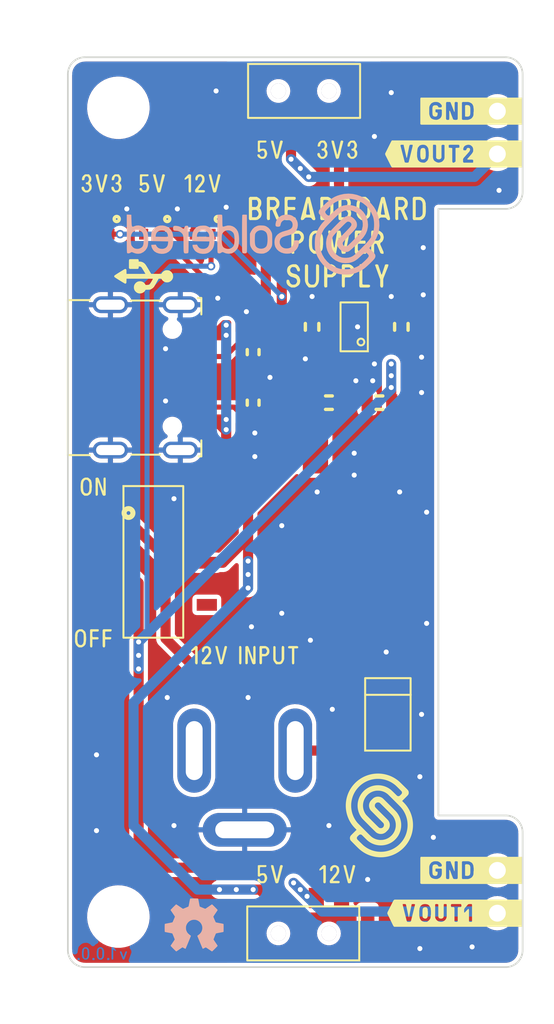
<source format=kicad_pcb>
(kicad_pcb (version 20210126) (generator pcbnew)
  (layers (0 "F.Cu" mixed) (31 "B.Cu" signal) (34 "B.Paste" user) (35 "F.Paste" user) (36 "B.SilkS" user "B.Silkscreen") (37 "F.SilkS" user "F.Silkscreen") (38 "B.Mask" user) (39 "F.Mask" user) (44 "Edge.Cuts" user))
  (net 0 "")
  (net 1 "5V")
  (net 2 "GND")
  (net 3 "12V")
  (net 4 "3V3")
  (net 5 "VIN")
  (net 6 "Net-(D1-Pad1)")
  (net 7 "Net-(D2-Pad1)")
  (net 8 "Net-(D3-Pad1)")
  (net 9 "Net-(D4-Pad1)")
  (net 10 "VUSB")
  (net 12 "Net-(K1-PadB5)")
  (net 14 "Net-(K1-PadA5)")
  (net 16 "Net-(K3-Pad2)")
  (net 17 "Net-(K4-Pad2)")
  (footprint "e-radionica.com footprinti:0603C" (layer "F.Cu") (at 98.5 86.5)
    (fp_text reference "C2")
    (fp_text value "1uF")
    (pad "1" smd rect (at -0.73 0) (size 0.66 1) (layers "F.Cu" "F.Paste" "F.Mask") (net 2 "GND"))
    (pad "2" smd rect (at 0.73 0) (size 0.66 1) (layers "F.Cu" "F.Paste" "F.Mask") (net 3 "12V"))
  )
  (footprint "buzzardLabel" (layer "F.Cu") (at 107.4 71.74)
    (fp_text reference "" (at 0 0) (layer "F.SilkS") (effects (font (size 1.27 1.27))))
    (fp_text value "" (at 0 0) (layer "F.SilkS") (effects (font (size 1.27 1.27))))
  )
  (footprint "e-radionica.com footprinti:HOLE_3.2mm" (layer "F.Cu") (at 83 69)
    (fp_text reference "H1" hide)
    (fp_text value "HOLE_3.2mm" hide)
    (pad "" np_thru_hole circle (at 0 0) (size 3.2 3.2) (drill 3.2) (layers F&B.Cu *.Mask))
  )
  (footprint "buzzardLabel" (layer "F.Cu") (at 92 114.5)
    (fp_text reference "" (at 0 0) (layer "F.SilkS") (effects (font (size 1.27 1.27))))
    (fp_text value "" (at 0 0) (layer "F.SilkS") (effects (font (size 1.27 1.27))))
  )
  (footprint "buzzardLabel" (layer "F.Cu") (at 96 114.5)
    (fp_text reference "" (at 0 0) (layer "F.SilkS") (effects (font (size 1.27 1.27))))
    (fp_text value "" (at 0 0) (layer "F.SilkS") (effects (font (size 1.27 1.27))))
  )
  (footprint "buzzardLabel" (layer "F.Cu") (at 96 71.5)
    (fp_text reference "" (at 0 0) (layer "F.SilkS") (effects (font (size 1.27 1.27))))
    (fp_text value "" (at 0 0) (layer "F.SilkS") (effects (font (size 1.27 1.27))))
  )
  (footprint "e-radionica.com footprinti:0603R" (layer "F.Cu") (at 91 86.5 90)
    (fp_text reference "R1")
    (fp_text value "5.1k")
    (pad "1" smd rect (at -0.775 0 180) (size 1 0.64) (layers "F.Cu" "F.Paste" "F.Mask") (net 12 "Net-(K1-PadB5)"))
    (pad "2" smd rect (at 0.775 0 180) (size 1 0.64) (layers "F.Cu" "F.Paste" "F.Mask") (net 2 "GND"))
  )
  (footprint "e-radionica.com footprinti:0402R" (layer "F.Cu") (at 85 76.5 180)
    (fp_text reference "R4")
    (fp_text value "330R")
    (pad "1" smd rect (at -0.5 0 270) (size 0.64 0.54) (layers "F.Cu" "F.Paste" "F.Mask") (net 1 "5V"))
    (pad "2" smd rect (at 0.5 0 270) (size 0.64 0.54) (layers "F.Cu" "F.Paste" "F.Mask") (net 8 "Net-(D3-Pad1)"))
  )
  (footprint "e-radionica.com footprinti:0603C" (layer "F.Cu") (at 99.8 82 -90)
    (fp_text reference "C1")
    (fp_text value "2.2uF")
    (pad "1" smd rect (at -0.73 0 270) (size 0.66 1) (layers "F.Cu" "F.Paste" "F.Mask") (net 2 "GND"))
    (pad "2" smd rect (at 0.73 0 270) (size 0.66 1) (layers "F.Cu" "F.Paste" "F.Mask") (net 1 "5V"))
  )
  (footprint "e-radionica.com footprinti:SWITCH_ON_OFF_ON_3296" (layer "F.Cu") (at 94 118 180)
    (fp_text reference "S2")
    (fp_text value "SK-3296S-01-L1")
    (pad "1" smd rect (at 2.1 2.1 180) (size 0.9 1.2) (layers "F.Cu" "F.Paste" "F.Mask") (net 1 "5V"))
    (pad "2" smd rect (at -0.75 2.1 180) (size 0.9 1.2) (layers "F.Cu" "F.Paste" "F.Mask") (net 16 "Net-(K3-Pad2)"))
    (pad "3" smd rect (at -2.25 2.1 180) (size 0.9 1.2) (layers "F.Cu" "F.Paste" "F.Mask") (net 3 "12V"))
    (pad "MH1" thru_hole circle (at -1.5 0 180) (size 0.9 0.9) (drill 0.9) (layers *.Cu *.Mask))
    (pad "MH2" thru_hole circle (at 1.5 0 180) (size 0.9 0.9) (drill 0.9) (layers *.Cu *.Mask))
    (pad "MP1" smd rect (at -3.8 1.125 180) (size 0.8 0.9) (layers "F.Cu" "F.Paste" "F.Mask"))
    (pad "MP2" smd rect (at 3.75 1.125 180) (size 0.8 0.9) (layers "F.Cu" "F.Paste" "F.Mask"))
    (pad "MP3" smd rect (at 3.8 -1.075 180) (size 0.8 0.9) (layers "F.Cu" "F.Paste" "F.Mask"))
    (pad "MP4" smd rect (at -3.8 -1.075 180) (size 0.8 0.9) (layers "F.Cu" "F.Paste" "F.Mask"))
  )
  (footprint "buzzardLabel" (layer "F.Cu") (at 92 71.5)
    (fp_text reference "" (at 0 0) (layer "F.SilkS") (effects (font (size 1.27 1.27))))
    (fp_text value "" (at 0 0) (layer "F.SilkS") (effects (font (size 1.27 1.27))))
  )
  (footprint "buzzardLabel" (layer "F.Cu") (at 81.5 100.5)
    (fp_text reference "" (at 0 0) (layer "F.SilkS") (effects (font (size 1.27 1.27))))
    (fp_text value "" (at 0 0) (layer "F.SilkS") (effects (font (size 1.27 1.27))))
  )
  (footprint "buzzardLabel" (layer "F.Cu") (at 90.5 101.5)
    (fp_text reference "" (at 0 0) (layer "F.SilkS") (effects (font (size 1.27 1.27))))
    (fp_text value "" (at 0 0) (layer "F.SilkS") (effects (font (size 1.27 1.27))))
  )
  (footprint "buzzardLabel" (layer "F.Cu") (at 96 79)
    (fp_text reference "" (at 0 0) (layer "F.SilkS") (effects (font (size 1.27 1.27))))
    (fp_text value "" (at 0 0) (layer "F.SilkS") (effects (font (size 1.27 1.27))))
  )
  (footprint "e-radionica.com footprinti:HEADER_MALE_2X1" (layer "F.Cu") (at 105.5 115.53 -90)
    (fp_text reference "K3")
    (fp_text value "HEADER_MALE_2X1")
    (pad "1" thru_hole circle (at -1.27 0 270) (size 1.524 1.524) (drill 1) (layers *.Cu *.Mask) (net 2 "GND"))
    (pad "2" thru_hole circle (at 1.27 0 270) (size 1.524 1.524) (drill 1) (layers *.Cu *.Mask) (net 16 "Net-(K3-Pad2)"))
  )
  (footprint "buzzardLabel" (layer "F.Cu") (at 96 75)
    (fp_text reference "" (at 0 0) (layer "F.SilkS") (effects (font (size 1.27 1.27))))
    (fp_text value "" (at 0 0) (layer "F.SilkS") (effects (font (size 1.27 1.27))))
  )
  (footprint "e-radionica.com footprinti:HEADER_MALE_2X1" (layer "F.Cu") (at 105.5 70.47 -90)
    (fp_text reference "K4")
    (fp_text value "HEADER_MALE_2X1")
    (pad "1" thru_hole circle (at -1.27 0 270) (size 1.524 1.524) (drill 1) (layers *.Cu *.Mask) (net 2 "GND"))
    (pad "2" thru_hole circle (at 1.27 0 270) (size 1.524 1.524) (drill 1) (layers *.Cu *.Mask) (net 17 "Net-(K4-Pad2)"))
  )
  (footprint "e-radionica.com footprinti:SWITCH_ON_OFF_ON_3296" (layer "F.Cu") (at 94 68)
    (fp_text reference "S3")
    (fp_text value "SK-3296S-01-L1")
    (pad "1" smd rect (at 2.1 2.1) (size 0.9 1.2) (layers "F.Cu" "F.Paste" "F.Mask") (net 4 "3V3"))
    (pad "2" smd rect (at -0.75 2.1) (size 0.9 1.2) (layers "F.Cu" "F.Paste" "F.Mask") (net 17 "Net-(K4-Pad2)"))
    (pad "3" smd rect (at -2.25 2.1) (size 0.9 1.2) (layers "F.Cu" "F.Paste" "F.Mask") (net 1 "5V"))
    (pad "MH1" thru_hole circle (at -1.5 0) (size 0.9 0.9) (drill 0.9) (layers *.Cu *.Mask))
    (pad "MH2" thru_hole circle (at 1.5 0) (size 0.9 0.9) (drill 0.9) (layers *.Cu *.Mask))
    (pad "MP1" smd rect (at -3.8 1.125) (size 0.8 0.9) (layers "F.Cu" "F.Paste" "F.Mask"))
    (pad "MP2" smd rect (at 3.75 1.125) (size 0.8 0.9) (layers "F.Cu" "F.Paste" "F.Mask"))
    (pad "MP3" smd rect (at 3.8 -1.075) (size 0.8 0.9) (layers "F.Cu" "F.Paste" "F.Mask"))
    (pad "MP4" smd rect (at -3.8 -1.075) (size 0.8 0.9) (layers "F.Cu" "F.Paste" "F.Mask"))
  )
  (footprint "buzzardLabel" (layer "F.Cu") (at 107.4 69.2)
    (fp_text reference "" (at 0 0) (layer "F.SilkS") (effects (font (size 1.27 1.27))))
    (fp_text value "" (at 0 0) (layer "F.SilkS") (effects (font (size 1.27 1.27))))
  )
  (footprint "e-radionica.com footprinti:AS7805ADTR" (layer "F.Cu") (at 97 96.3 180)
    (fp_text reference "U1")
    (fp_text value "AS7805ADTR")
    (pad "1" smd rect (at -2.3 6.85 180) (size 1.5 2.5) (layers "F.Cu" "F.Paste" "F.Mask") (net 3 "12V"))
    (pad "2" smd rect (at 2.3 6.85 180) (size 1.5 2.5) (layers "F.Cu" "F.Paste" "F.Mask") (net 1 "5V"))
    (pad "3" smd rect (at 0 0 180) (size 7 7) (layers "F.Cu" "F.Paste" "F.Mask") (net 2 "GND"))
  )
  (footprint "e-radionica.com footprinti:0603C" (layer "F.Cu") (at 95.5 86.5 180)
    (fp_text reference "C3")
    (fp_text value "0.1uF")
    (pad "1" smd rect (at -0.73 0 180) (size 0.66 1) (layers "F.Cu" "F.Paste" "F.Mask") (net 2 "GND"))
    (pad "2" smd rect (at 0.73 0 180) (size 0.66 1) (layers "F.Cu" "F.Paste" "F.Mask") (net 1 "5V"))
  )
  (footprint "e-radionica.com footprinti:0402R" (layer "F.Cu") (at 82 76.5 180)
    (fp_text reference "R3")
    (fp_text value "100R")
    (pad "1" smd rect (at -0.5 0 270) (size 0.64 0.54) (layers "F.Cu" "F.Paste" "F.Mask") (net 4 "3V3"))
    (pad "2" smd rect (at 0.5 0 270) (size 0.64 0.54) (layers "F.Cu" "F.Paste" "F.Mask") (net 7 "Net-(D2-Pad1)"))
  )
  (footprint "Soldered Graphics:Logo-Back-SolderedFULL-15mm" (layer "F.Cu") (at 91 76.5)
    (fp_text reference "REF**" hide)
    (fp_text value "Logo-Front-SolderedFULL-15mm" hide)
  )
  (footprint "e-radionica.com footprinti:0603R" (layer "F.Cu") (at 91 83.5 -90)
    (fp_text reference "R2")
    (fp_text value "5.1k")
    (pad "1" smd rect (at -0.775 0) (size 1 0.64) (layers "F.Cu" "F.Paste" "F.Mask") (net 14 "Net-(K1-PadA5)"))
    (pad "2" smd rect (at 0.775 0) (size 1 0.64) (layers "F.Cu" "F.Paste" "F.Mask") (net 2 "GND"))
  )
  (footprint "e-radionica.com footprinti:0402LED" (layer "F.Cu") (at 88 75)
    (fp_text reference "D4")
    (fp_text value "purple")
    (pad "1" smd rect (at -0.55 0 90) (size 0.75 0.45) (layers "F.Cu" "F.Paste" "F.Mask") (net 9 "Net-(D4-Pad1)"))
    (pad "2" smd rect (at 0.55 0 90) (size 0.75 0.45) (layers "F.Cu" "F.Paste" "F.Mask") (net 2 "GND"))
  )
  (footprint "e-radionica.com footprinti:0603C" (layer "F.Cu") (at 94.5 82 -90)
    (fp_text reference "C4")
    (fp_text value "2.2uF")
    (pad "1" smd rect (at -0.73 0 270) (size 0.66 1) (layers "F.Cu" "F.Paste" "F.Mask") (net 2 "GND"))
    (pad "2" smd rect (at 0.73 0 270) (size 0.66 1) (layers "F.Cu" "F.Paste" "F.Mask") (net 4 "3V3"))
  )
  (footprint "e-radionica.com footprinti:M4_DIODA" (layer "F.Cu") (at 99 105 90)
    (fp_text reference "D1")
    (fp_text value "M4_DIODA")
    (pad "1" smd rect (at -1.69 0 90) (size 1.27 1.47) (layers "F.Cu" "F.Paste" "F.Mask") (net 6 "Net-(D1-Pad1)"))
    (pad "2" smd rect (at 1.69 0 90) (size 1.27 1.47) (layers "F.Cu" "F.Paste" "F.Mask") (net 5 "VIN"))
  )
  (footprint "buzzardLabel" (layer "F.Cu") (at 96 77)
    (fp_text reference "" (at 0 0) (layer "F.SilkS") (effects (font (size 1.27 1.27))))
    (fp_text value "" (at 0 0) (layer "F.SilkS") (effects (font (size 1.27 1.27))))
  )
  (footprint "buzzardLabel" (layer "F.Cu") (at 85 73.5)
    (fp_text reference "" (at 0 0) (layer "F.SilkS") (effects (font (size 1.27 1.27))))
    (fp_text value "" (at 0 0) (layer "F.SilkS") (effects (font (size 1.27 1.27))))
  )
  (footprint "e-radionica.com footprinti:SK-3245S-L3-B" (layer "F.Cu") (at 85 96)
    (fp_text reference "S1")
    (fp_text value "SK-3245S-L3-B")
    (pad "1" smd rect (at -3.25 -2.5) (size 1.2 0.7) (layers "F.Cu" "F.Paste" "F.Mask") (net 5 "VIN"))
    (pad "2" smd rect (at -3.25 0) (size 1.2 0.7) (layers "F.Cu" "F.Paste" "F.Mask") (net 3 "12V"))
    (pad "3" smd rect (at -3.25 2.5) (size 1.2 0.7) (layers "F.Cu" "F.Paste" "F.Mask"))
    (pad "4" smd rect (at 3.25 -2.5) (size 1.2 0.7) (layers "F.Cu" "F.Paste" "F.Mask") (net 10 "VUSB"))
    (pad "5" smd rect (at 3.25 0) (size 1.2 0.7) (layers "F.Cu" "F.Paste" "F.Mask") (net 1 "5V"))
    (pad "6" smd rect (at 3.25 2.5) (size 1.2 0.7) (layers "F.Cu" "F.Paste" "F.Mask"))
  )
  (footprint "buzzardLabel" (layer "F.Cu") (at 107.4 114.26)
    (fp_text reference "" (at 0 0) (layer "F.SilkS") (effects (font (size 1.27 1.27))))
    (fp_text value "" (at 0 0) (layer "F.SilkS") (effects (font (size 1.27 1.27))))
  )
  (footprint "e-radionica.com footprinti:HOLE_3.2mm" (layer "F.Cu") (at 83 117)
    (fp_text reference "H2" hide)
    (fp_text value "HOLE_3.2mm" hide)
    (pad "" np_thru_hole circle (at 0 0) (size 3.2 3.2) (drill 3.2) (layers F&B.Cu *.Mask))
  )
  (footprint "e-radionica.com footprinti:SOT-23-5" (layer "F.Cu") (at 97 82 180)
    (fp_text reference "U2")
    (fp_text value "SE5218")
    (pad "1" smd rect (at -1.1 -0.95 180) (size 0.7 0.45) (layers "F.Cu" "F.Paste" "F.Mask") (net 1 "5V"))
    (pad "2" smd rect (at -1.1 0 180) (size 0.7 0.45) (layers "F.Cu" "F.Paste" "F.Mask") (net 2 "GND"))
    (pad "3" smd rect (at -1.1 0.95 180) (size 0.7 0.45) (layers "F.Cu" "F.Paste" "F.Mask") (net 1 "5V"))
    (pad "4" smd rect (at 1.1 0.95 180) (size 0.7 0.45) (layers "F.Cu" "F.Paste" "F.Mask"))
    (pad "5" smd rect (at 1.1 -0.95 180) (size 0.7 0.45) (layers "F.Cu" "F.Paste" "F.Mask") (net 4 "3V3"))
  )
  (footprint "e-radionica.com footprinti:FIDUCIAL_1MM_PASTE" (layer "F.Cu") (at 82 85)
    (fp_text reference "FD1")
    (fp_text value "Fiducial_Stencil")
    (pad "1" smd circle (at 0 0) (size 1 1) (property pad_prop_fiducial_glob) (layers "F.Cu" "F.Paste" "F.Mask"))
  )
  (footprint "Soldered Graphics:Symbol-Front-USB" (layer "F.Cu") (at 84.5 79 90)
    (fp_text reference "G***" hide)
    (fp_text value "LOGO" hide)
  )
  (footprint "e-radionica.com footprinti:0402LED" (layer "F.Cu") (at 82 75)
    (fp_text reference "D2")
    (fp_text value "orange")
    (pad "1" smd rect (at -0.55 0 90) (size 0.75 0.45) (layers "F.Cu" "F.Paste" "F.Mask") (net 7 "Net-(D2-Pad1)"))
    (pad "2" smd rect (at 0.55 0 90) (size 0.75 0.45) (layers "F.Cu" "F.Paste" "F.Mask") (net 2 "GND"))
  )
  (footprint "buzzardLabel" (layer "F.Cu") (at 107.4 116.8)
    (fp_text reference "" (at 0 0) (layer "F.SilkS") (effects (font (size 1.27 1.27))))
    (fp_text value "" (at 0 0) (layer "F.SilkS") (effects (font (size 1.27 1.27))))
  )
  (footprint "buzzardLabel" (layer "F.Cu") (at 81.5 91.5)
    (fp_text reference "" (at 0 0) (layer "F.SilkS") (effects (font (size 1.27 1.27))))
    (fp_text value "" (at 0 0) (layer "F.SilkS") (effects (font (size 1.27 1.27))))
  )
  (footprint "Soldered Graphics:Logo-Back-OSH-3.5mm" (layer "F.Cu") (at 87.5 117.5)
    (fp_text reference "G***" hide)
    (fp_text value "LOGO" hide)
  )
  (footprint "e-radionica.com footprinti:DC_JACK" (layer "F.Cu") (at 90.5 109.5 180)
    (fp_text reference "K2")
    (fp_text value "DC_JACK")
    (pad "1" thru_hole oval (at -3 2.35 270) (size 5 2) (drill oval 3.5 1) (layers *.Cu *.Mask) (net 6 "Net-(D1-Pad1)"))
    (pad "2" thru_hole oval (at 3 2.35 270) (size 5 2) (drill oval 3.5 1) (layers *.Cu *.Mask))
    (pad "3" thru_hole oval (at 0 -2.35 180) (size 5 2) (drill oval 3.5 1) (layers *.Cu *.Mask) (net 2 "GND"))
  )
  (footprint "e-radionica.com footprinti:0402R" (layer "F.Cu") (at 88 76.5 180)
    (fp_text reference "R5")
    (fp_text value "1k")
    (pad "1" smd rect (at -0.5 0 270) (size 0.64 0.54) (layers "F.Cu" "F.Paste" "F.Mask") (net 3 "12V"))
    (pad "2" smd rect (at 0.5 0 270) (size 0.64 0.54) (layers "F.Cu" "F.Paste" "F.Mask") (net 9 "Net-(D4-Pad1)"))
  )
  (footprint "e-radionica.com footprinti:U262-161N-4BVC11" (layer "F.Cu") (at 85 85 -90)
    (fp_text reference "K1")
    (fp_text value "U262-161N-4BVC11")
    (pad "" np_thru_hole circle (at 2.913 -1.2 270) (size 0.65 0.65) (drill 0.65) (layers F&B.Cu *.Mask))
    (pad "" np_thru_hole circle (at -2.862 -1.2 270) (size 0.65 0.65) (drill 0.65) (layers F&B.Cu *.Mask))
    (pad "A1" smd rect (at -3.337 -2.475 270) (size 0.3 1.15) (layers "F.Cu" "F.Paste" "F.Mask") (net 2 "GND"))
    (pad "A4" smd rect (at -2.537 -2.475 270) (size 0.3 1.15) (layers "F.Cu" "F.Paste" "F.Mask") (net 10 "VUSB"))
    (pad "A5" smd rect (at -1.237 -2.475 270) (size 0.3 1.15) (layers "F.Cu" "F.Paste" "F.Mask") (net 14 "Net-(K1-PadA5)"))
    (pad "A6" smd rect (at -0.237 -2.475 270) (size 0.3 1.15) (layers "F.Cu" "F.Paste" "F.Mask"))
    (pad "A7" smd rect (at 0.263 -2.475 270) (size 0.3 1.15) (layers "F.Cu" "F.Paste" "F.Mask"))
    (pad "A8" smd rect (at 1.263 -2.475 270) (size 0.3 1.15) (layers "F.Cu" "F.Paste" "F.Mask"))
    (pad "A9" smd rect (at 2.563 -2.475 270) (size 0.3 1.15) (layers "F.Cu" "F.Paste" "F.Mask") (net 10 "VUSB"))
    (pad "A12" smd rect (at 3.338 -2.475 270) (size 0.3 1.15) (layers "F.Cu" "F.Paste" "F.Mask") (net 2 "GND"))
    (pad "B1" smd rect (at 3.138 -2.475 270) (size 0.3 1.15) (layers "F.Cu" "F.Paste" "F.Mask") (net 2 "GND"))
    (pad "B4" smd rect (at 2.363 -2.475 270) (size 0.3 1.15) (layers "F.Cu" "F.Paste" "F.Mask") (net 10 "VUSB"))
    (pad "B5" smd rect (at 1.763 -2.475 270) (size 0.3 1.15) (layers "F.Cu" "F.Paste" "F.Mask") (net 12 "Net-(K1-PadB5)"))
    (pad "B6" smd rect (at 0.763 -2.475 270) (size 0.3 1.15) (layers "F.Cu" "F.Paste" "F.Mask"))
    (pad "B7" smd rect (at -0.737 -2.475 270) (size 0.3 1.15) (layers "F.Cu" "F.Paste" "F.Mask"))
    (pad "B8" smd rect (at -1.737 -2.475 270) (size 0.3 1.15) (layers "F.Cu" "F.Paste" "F.Mask"))
    (pad "B9" smd rect (at -2.337 -2.475 270) (size 0.3 1.15) (layers "F.Cu" "F.Paste" "F.Mask") (net 10 "VUSB"))
    (pad "B12" smd rect (at -3.112 -2.475 270) (size 0.3 1.15) (layers "F.Cu" "F.Paste" "F.Mask") (net 2 "GND"))
    (pad "SH" thru_hole oval (at 4.313 -1.675 270) (size 1 2.1) (drill oval 0.6 1.7) (layers *.Cu *.Mask) (net 2 "GND"))
    (pad "SH" thru_hole oval (at -4.312 2.475 270) (size 1 2.1) (drill oval 0.6 1.7) (layers *.Cu *.Mask) (net 2 "GND"))
    (pad "SH" thru_hole oval (at -4.312 -1.675 270) (size 1 2.1) (drill oval 0.6 1.7) (layers *.Cu *.Mask) (net 2 "GND"))
    (pad "SH" thru_hole oval (at 4.313 2.475 270) (size 1 2.1) (drill oval 0.6 1.7) (layers *.Cu *.Mask) (net 2 "GND"))
  )
  (footprint "buzzardLabel" (layer "F.Cu") (at 88 73.5)
    (fp_text reference "" (at 0 0) (layer "F.SilkS") (effects (font (size 1.27 1.27))))
    (fp_text value "" (at 0 0) (layer "F.SilkS") (effects (font (size 1.27 1.27))))
  )
  (footprint "buzzardLabel" (layer "F.Cu") (at 82 73.5)
    (fp_text reference "" (at 0 0) (layer "F.SilkS") (effects (font (size 1.27 1.27))))
    (fp_text value "" (at 0 0) (layer "F.SilkS") (effects (font (size 1.27 1.27))))
  )
  (footprint "Soldered Graphics:Logo-Front-Soldered-5mm" (layer "F.Cu") (at 98.5 111)
    (fp_text reference "G***" hide)
    (fp_text value "LOGO" hide)
  )
  (footprint "e-radionica.com footprinti:0402LED" (layer "F.Cu") (at 85 75)
    (fp_text reference "D3")
    (fp_text value "red")
    (pad "1" smd rect (at -0.55 0 90) (size 0.75 0.45) (layers "F.Cu" "F.Paste" "F.Mask") (net 8 "Net-(D3-Pad1)"))
    (pad "2" smd rect (at 0.55 0 90) (size 0.75 0.45) (layers "F.Cu" "F.Paste" "F.Mask") (net 2 "GND"))
  )
  (footprint "Soldered Graphics:Version1.0.0." (layer "B.Cu") (at 82 119.2 180)
    (fp_text reference "" (at 0 0) (layer "B.SilkS") (effects (font (size 1.27 1.27)) (justify mirror)))
    (fp_text value "" (at 0 0) (layer "B.SilkS") (effects (font (size 1.27 1.27)) (justify mirror)))
    (fp_poly (pts (xy 0.43 -0.38) (xy 0.48 -0.38) (xy 0.54 -0.37) (xy 0.54 -0.33) (xy 0.54 -0.27) (xy 0.5 -0.26) (xy 0.45 -0.26) (xy 0.42 -0.29) (xy 0.42 -0.34) (xy 0.43 -0.38)) (layer "B.Cu") (width 0.01) (fill solid))
    (fp_poly (pts (xy 0.06 -0.35) (xy 0.11 -0.35) (xy 0.17 -0.33) (xy 0.13 -0.28) (xy 0.03 -0.28) (xy -0.01 -0.25) (xy -0.03 -0.2) (xy -0.05 -0.15) (xy -0.05 -0.11) (xy -0.05 0.01) (xy -0.05 0.13) (xy -0.05 0.17) (xy -0.03 0.22) (xy -0.01 0.27) (xy 0.02 0.3) (xy 0.13 0.3) (xy 0.16 0.26) (xy 0.18 0.21) (xy 0.18 0.15) (xy 0.19 0.05) (xy 0.19 -0.08) (xy 0.19 -0.12) (xy 0.18 -0.17) (xy 0.16 -0.22) (xy 0.14 -0.27) (xy 0.14 -0.28) (xy 0.17 -0.32) (xy 0.21 -0.29) (xy 0.24 -0.26) (xy 0.26 -0.22) (xy 0.27 -0.16) (xy 0.28 -0.11) (xy 0.28 -0.06) (xy 0.28 0.06) (xy 0.28 0.12) (xy 0.27 0.17) (xy 0.26 0.22) (xy 0.25 0.27) (xy 0.22 0.3) (xy 0.19 0.34) (xy 0.13 0.37) (xy 0.08 0.38) (xy 0.02 0.38) (xy -0.03 0.35) (xy -0.08 0.31) (xy -0.1 0.28) (xy -0.12 0.23) (xy -0.14 0.18) (xy -0.14 0.13) (xy -0.15 0.08) (xy -0.15 -0.04) (xy -0.14 -0.1) (xy -0.14 -0.14) (xy -0.13 -0.2) (xy -0.11 -0.25) (xy -0.08 -0.28) (xy -0.05 -0.32) (xy 0.01 -0.35) (xy 0.06 -0.35)) (layer "B.Cu") (width 0.01) (fill solid))
    (fp_poly (pts (xy 0.93 -0.35) (xy 0.99 -0.35) (xy 1.04 -0.33) (xy 1.01 -0.28) (xy 0.91 -0.28) (xy 0.87 -0.25) (xy 0.85 -0.2) (xy 0.83 -0.15) (xy 0.83 -0.11) (xy 0.82 0.01) (xy 0.83 0.13) (xy 0.83 0.17) (xy 0.84 0.22) (xy 0.87 0.27) (xy 0.9 0.3) (xy 1.01 0.3) (xy 1.04 0.26) (xy 1.05 0.21) (xy 1.06 0.15) (xy 1.07 0.05) (xy 1.07 -0.08) (xy 1.06 -0.12) (xy 1.06 -0.17) (xy 1.04 -0.22) (xy 1.02 -0.27) (xy 1.01 -0.28) (xy 1.05 -0.32) (xy 1.09 -0.29) (xy 1.12 -0.26) (xy 1.14 -0.22) (xy 1.15 -0.16) (xy 1.16 -0.11) (xy 1.16 -0.06) (xy 1.16 0.06) (xy 1.16 0.12) (xy 1.15 0.17) (xy 1.14 0.22) (xy 1.13 0.27) (xy 1.1 0.3) (xy 1.06 0.34) (xy 1.01 0.37) (xy 0.95 0.38) (xy 0.9 0.38) (xy 0.84 0.35) (xy 0.8 0.31) (xy 0.78 0.28) (xy 0.75 0.23) (xy 0.74 0.18) (xy 0.74 0.13) (xy 0.73 0.08) (xy 0.73 -0.04) (xy 0.73 -0.1) (xy 0.74 -0.14) (xy 0.75 -0.2) (xy 0.77 -0.25) (xy 0.79 -0.28) (xy 0.83 -0.32) (xy 0.89 -0.35) (xy 0.93 -0.35)) (layer "B.Cu") (width 0.01) (fill solid))
    (fp_poly (pts (xy 1.31 -0.38) (xy 1.36 -0.38) (xy 1.41 -0.37) (xy 1.42 -0.33) (xy 1.42 -0.27) (xy 1.38 -0.26) (xy 1.33 -0.26) (xy 1.3 -0.29) (xy 1.3 -0.34) (xy 1.31 -0.38)) (layer "B.Cu") (width 0.01) (fill solid))
    (fp_poly (pts (xy -0.44 -0.38) (xy -0.39 -0.38) (xy -0.34 -0.37) (xy -0.34 -0.33) (xy -0.34 -0.27) (xy -0.38 -0.26) (xy -0.43 -0.26) (xy -0.46 -0.29) (xy -0.46 -0.34) (xy -0.44 -0.38)) (layer "B.Cu") (width 0.01) (fill solid))
    (fp_poly (pts (xy -1.33 -0.35) (xy -1.27 -0.35) (xy -1.25 -0.31) (xy -1.09 0.1) (xy -1.11 0.13) (xy -1.16 0.13) (xy -1.19 0.1) (xy -1.28 -0.16) (xy -1.3 -0.21) (xy -1.32 -0.17) (xy -1.41 0.09) (xy -1.44 0.13) (xy -1.49 0.13) (xy -1.51 0.1) (xy -1.36 -0.31) (xy -1.33 -0.35)) (layer "B.Cu") (width 0.01) (fill solid))
    (fp_poly (pts (xy -0.67 -0.35) (xy -0.62 -0.35) (xy -0.6 -0.31) (xy -0.6 0.35) (xy -0.64 0.38) (xy -0.69 0.38) (xy -0.73 0.34) (xy -0.84 0.22) (xy -0.86 0.17) (xy -0.83 0.16) (xy -0.73 0.22) (xy -0.69 0.23) (xy -0.69 -0.31) (xy -0.67 -0.35)) (layer "B.Cu") (width 0.01) (fill solid))
  )
  (gr_arc (start 106 119) (end 107 119) (angle 90) (layer "Edge.Cuts") (width 0.1))
  (gr_line (start 107 112) (end 107 119) (layer "Edge.Cuts") (width 0.1))
  (gr_line (start 80 119) (end 80 67) (layer "Edge.Cuts") (width 0.1))
  (gr_arc (start 106 67) (end 106 66) (angle 90) (layer "Edge.Cuts") (width 0.1))
  (gr_line (start 102 75) (end 102 111) (layer "Edge.Cuts") (width 0.1))
  (gr_line (start 81 66) (end 106 66) (layer "Edge.Cuts") (width 0.1))
  (gr_line (start 102 111) (end 106 111) (layer "Edge.Cuts") (width 0.1))
  (gr_arc (start 81 67) (end 80 67) (angle 90) (layer "Edge.Cuts") (width 0.1))
  (gr_line (start 106 120) (end 81 120) (layer "Edge.Cuts") (width 0.1))
  (gr_arc (start 106 74) (end 107 74) (angle 90) (layer "Edge.Cuts") (width 0.1))
  (gr_arc (start 106 112) (end 106 111) (angle 90) (layer "Edge.Cuts") (width 0.1))
  (gr_line (start 107 67) (end 107 74) (layer "Edge.Cuts") (width 0.1))
  (gr_arc (start 81 119) (end 81 120) (angle 90) (layer "Edge.Cuts") (width 0.1))
  (gr_line (start 106 75) (end 102 75) (layer "Edge.Cuts") (width 0.1))
  (segment (start 91.97298 81.94798) (end 91.75 81.725) (width 0.6) (layer "F.Cu") (net 1))
  (segment (start 90.7 94.5) (end 90.7 94) (width 0.6) (layer "F.Cu") (net 1))
  (segment (start 94.77 85.23) (end 94.77 86.5) (width 0.6) (layer "F.Cu") (net 1))
  (segment (start 98.05 82.95) (end 96.3 84.7) (width 0.6) (layer "F.Cu") (net 1))
  (segment (start 96.4 82.3) (end 97.05 82.95) (width 0.254) (layer "F.Cu") (net 1))
  (segment (start 95.3 84.7) (end 94.77 85.23) (width 0.6) (layer "F.Cu") (net 1))
  (segment (start 97.05 82.95) (end 98.1 82.95) (width 0.254) (layer "F.Cu") (net 1))
  (segment (start 88.3 79.3) (end 90.9 79.3) (width 0.3) (layer "F.Cu") (net 1))
  (segment (start 97.05 81.05) (end 96.4 81.7) (width 0.254) (layer "F.Cu") (net 1))
  (segment (start 91.75 80.15) (end 91.75 70.1) (width 0.6) (layer "F.Cu") (net 1))
  (segment (start 96.3 84.7) (end 95.3 84.7) (width 0.6) (layer "F.Cu") (net 1))
  (segment (start 89 115.4) (end 91.4 115.4) (width 0.6) (layer "F.Cu") (net 1))
  (segment (start 88.25 96) (end 89.2 96) (width 0.6) (layer "F.Cu") (net 1))
  (segment (start 90.9 79.3) (end 91.75 80.15) (width 0.3) (layer "F.Cu") (net 1))
  (segment (start 92.7 90.8) (end 92.9 90.6) (width 0.6) (layer "F.Cu") (net 1))
  (segment (start 91.97298 81.951142) (end 91.97298 81.94798) (width 0.6) (layer "F.Cu") (net 1))
  (segment (start 85.5 76.5) (end 88.3 79.3) (width 0.3) (layer "F.Cu") (net 1))
  (segment (start 92.9 90.6) (end 92.9 82.878162) (width 0.6) (layer "F.Cu") (net 1))
  (segment (start 91.4 115.4) (end 91.9 115.9) (width 0.6) (layer "F.Cu") (net 1))
  (segment (start 96.4 81.7) (end 96.4 82.3) (width 0.254) (layer "F.Cu") (net 1))
  (segment (start 94.77 86.5) (end 94.77 89.38) (width 0.6) (layer "F.Cu") (net 1))
  (segment (start 98.1 82.95) (end 99.58 82.95) (width 0.6) (layer "F.Cu") (net 1))
  (segment (start 94.7 89.45) (end 94.05 89.45) (width 0.6) (layer "F.Cu") (net 1))
  (segment (start 89.2 96) (end 90.7 94.5) (width 0.6) (layer "F.Cu") (net 1))
  (segment (start 90.7 94) (end 90.7 92.8) (width 0.6) (layer "F.Cu") (net 1))
  (segment (start 90.7 97.5) (end 90.7 94) (width 0.6) (layer "F.Cu") (net 1))
  (segment (start 90.7 92.8) (end 92.7 90.8) (width 0.6) (layer "F.Cu") (net 1))
  (segment (start 98.1 82.95) (end 98.05 82.95) (width 0.6) (layer "F.Cu") (net 1))
  (segment (start 92.9 82.878162) (end 91.97298 81.951142) (width 0.6) (layer "F.Cu") (net 1))
  (segment (start 91.75 81.725) (end 91.75 80.15) (width 0.6) (layer "F.Cu") (net 1))
  (segment (start 94.05 89.45) (end 92.7 90.8) (width 0.6) (layer "F.Cu") (net 1))
  (segment (start 99.58 82.95) (end 99.8 82.73) (width 0.6) (layer "F.Cu") (net 1))
  (segment (start 94.77 86.5) (end 94.77 86.33) (width 0.6) (layer "F.Cu") (net 1))
  (segment (start 98.1 81.05) (end 97.05 81.05) (width 0.254) (layer "F.Cu") (net 1))
  (via (at 90.7 97.5) (size 0.5) (drill 0.3) (layers "F.Cu" "B.Cu") (net 1))
  (via (at 90.7 95.9) (size 0.5) (drill 0.3) (layers "F.Cu" "B.Cu") (net 1))
  (via (at 89 115.4) (size 0.5) (drill 0.3) (layers "F.Cu" "B.Cu") (net 1))
  (via (at 91 115.4) (size 0.5) (drill 0.3) (layers "F.Cu" "B.Cu") (net 1))
  (via (at 90 115.4) (size 0.5) (drill 0.3) (layers "F.Cu" "B.Cu") (net 1))
  (via (at 90.7 96.7) (size 0.5) (drill 0.3) (layers "F.Cu" "B.Cu") (net 1))
  (segment (start 83.9 111.6) (end 83.9 104.3) (width 0.6) (layer "B.Cu") (net 1))
  (segment (start 90.7 95.9) (end 90.7 97.5) (width 0.6) (layer "B.Cu") (net 1))
  (segment (start 91 115.4) (end 87.7 115.4) (width 0.6) (layer "B.Cu") (net 1))
  (segment (start 83.9 104.3) (end 90.7 97.5) (width 0.6) (layer "B.Cu") (net 1))
  (segment (start 87.7 115.4) (end 83.9 111.6) (width 0.6) (layer "B.Cu") (net 1))
  (via (at 100.9 118.9) (size 0.5) (drill 0.3) (layers "F.Cu" "B.Cu") (net 2))
  (via (at 101.1 80.1) (size 0.5) (drill 0.3) (layers "F.Cu" "B.Cu") (net 2))
  (via (at 100.9 108.7) (size 0.5) (drill 0.3) (layers "F.Cu" "B.Cu") (net 2))
  (via (at 91.1 88.3) (size 0.5) (drill 0.3) (layers "F.Cu" "B.Cu") (net 2))
  (via (at 97.1 85.2) (size 0.5) (drill 0.3) (layers "F.Cu" "B.Cu") (net 2))
  (via (at 105.6 73.9) (size 0.5) (drill 0.3) (layers "F.Cu" "B.Cu") (net 2))
  (via (at 83.5 75) (size 0.5) (drill 0.3) (layers "F.Cu" "B.Cu") (net 2))
  (via (at 86.3 92.2) (size 0.5) (drill 0.3) (layers "F.Cu" "B.Cu") (net 2))
  (via (at 88.8 68) (size 0.5) (drill 0.3) (layers "F.Cu" "B.Cu") (net 2))
  (via (at 101.3 93) (size 0.5) (drill 0.3) (layers "F.Cu" "B.Cu") (net 2))
  (via (at 90.7 104) (size 0.5) (drill 0.3) (layers "F.Cu" "B.Cu") (net 2))
  (via (at 88.9 80.3) (size 0.5) (drill 0.3) (layers "F.Cu" "B.Cu") (net 2))
  (via (at 90.9 99.8) (size 0.5) (drill 0.3) (layers "F.Cu" "B.Cu") (net 2))
  (via (at 98.2 70.7) (size 0.5) (drill 0.3) (layers "F.Cu" "B.Cu") (net 2))
  (via (at 92.7 93.8) (size 0.5) (drill 0.3) (layers "F.Cu" "B.Cu") (net 2))
  (via (at 98.1 85.2) (size 0.5) (drill 0.3) (layers "F.Cu" "B.Cu") (net 2))
  (via (at 85.8 86.4) (size 0.5) (drill 0.3) (layers "F.Cu" "B.Cu") (net 2))
  (via (at 101 105) (size 0.5) (drill 0.3) (layers "F.Cu" "B.Cu") (net 2))
  (via (at 97.2 82) (size 0.5) (drill 0.3) (layers "F.Cu" "B.Cu") (net 2))
  (via (at 94.8 91.8) (size 0.5) (drill 0.3) (layers "F.Cu" "B.Cu") (net 2))
  (via (at 90.6 81.1) (size 0.5) (drill 0.3) (layers "F.Cu" "B.Cu") (net 2))
  (via (at 85.9 104) (size 0.5) (drill 0.3) (layers "F.Cu" "B.Cu") (net 2))
  (via (at 94.4 100.6) (size 0.5) (drill 0.3) (layers "F.Cu" "B.Cu") (net 2))
  (via (at 94.1 83.9) (size 0.5) (drill 0.3) (layers "F.Cu" "B.Cu") (net 2))
  (via (at 104 118.8) (size 0.5) (drill 0.3) (layers "F.Cu" "B.Cu") (net 2))
  (via (at 85.8 83.3) (size 0.5) (drill 0.3) (layers "F.Cu" "B.Cu") (net 2))
  (via (at 89.4 74.9) (size 0.5) (drill 0.3) (layers "F.Cu" "B.Cu") (net 2))
  (via (at 86.3 111.6) (size 0.5) (drill 0.3) (layers "F.Cu" "B.Cu") (net 2))
  (via (at 92.7 99) (size 0.5) (drill 0.3) (layers "F.Cu" "B.Cu") (net 2))
  (via (at 97.8 114.8) (size 0.5) (drill 0.3) (layers "F.Cu" "B.Cu") (net 2))
  (via (at 101 83.8) (size 0.5) (drill 0.3) (layers "F.Cu" "B.Cu") (net 2))
  (via (at 101.3 99.6) (size 0.5) (drill 0.3) (layers "F.Cu" "B.Cu") (net 2))
  (via (at 92 85) (size 0.5) (drill 0.3) (layers "F.Cu" "B.Cu") (net 2))
  (via (at 86.5 75) (size 0.5) (drill 0.3) (layers "F.Cu" "B.Cu") (net 2))
  (via (at 101.7 112.3) (size 0.5) (drill 0.3) (layers "F.Cu" "B.Cu") (net 2))
  (via (at 99.2 68.1) (size 0.5) (drill 0.3) (layers "F.Cu" "B.Cu") (net 2))
  (via (at 81.7 111.9) (size 0.5) (drill 0.3) (layers "F.Cu" "B.Cu") (net 2))
  (via (at 81.7 107.4) (size 0.5) (drill 0.3) (layers "F.Cu" "B.Cu") (net 2))
  (via (at 101 85.9) (size 0.5) (drill 0.3) (layers "F.Cu" "B.Cu") (net 2))
  (via (at 98.9 101.3) (size 0.5) (drill 0.3) (layers "F.Cu" "B.Cu") (net 2))
  (via (at 94.5 80.2) (size 0.5) (drill 0.3) (layers "F.Cu" "B.Cu") (net 2))
  (via (at 95.7 104.7) (size 0.5) (drill 0.3) (layers "F.Cu" "B.Cu") (net 2))
  (via (at 99.7 91.8) (size 0.5) (drill 0.3) (layers "F.Cu" "B.Cu") (net 2))
  (via (at 95.5 111.6) (size 0.5) (drill 0.3) (layers "F.Cu" "B.Cu") (net 2))
  (via (at 97 89.5) (size 0.5) (drill 0.3) (layers "F.Cu" "B.Cu") (net 2))
  (via (at 98.2 84.2) (size 0.5) (drill 0.3) (layers "F.Cu" "B.Cu") (net 2))
  (via (at 101.1 77.3) (size 0.5) (drill 0.3) (layers "F.Cu" "B.Cu") (net 2))
  (via (at 91.1 89.7) (size 0.5) (drill 0.3) (layers "F.Cu" "B.Cu") (net 2))
  (via (at 99.2 80.2) (size 0.5) (drill 0.3) (layers "F.Cu" "B.Cu") (net 2))
  (via (at 97 90.8) (size 0.5) (drill 0.3) (layers "F.Cu" "B.Cu") (net 2))
  (segment (start 99.2 86.47) (end 99.23 86.5) (width 0.6) (layer "F.Cu") (net 3))
  (segment (start 83 96) (end 81.75 96) (width 0.6) (layer "F.Cu") (net 3))
  (segment (start 99.23 86.5) (end 99.23 89.38) (width 0.6) (layer "F.Cu") (net 3))
  (segment (start 88.5 78.4) (end 88.5 76.5) (width 0.3) (layer "F.Cu") (net 3))
  (segment (start 85.9 114.1) (end 84.2 112.4) (width 0.6) (layer "F.Cu") (net 3))
  (segment (start 99.2 84.2) (end 99.2 86.47) (width 0.6) (layer "F.Cu") (net 3))
  (segment (start 84.2 97.2) (end 84.2 102.3) (width 0.6) (layer "F.Cu") (net 3))
  (segment (start 95.6 114.1) (end 85.9 114.1) (width 0.6) (layer "F.Cu") (net 3))
  (segment (start 96.25 114.75) (end 95.6 114.1) (width 0.6) (layer "F.Cu") (net 3))
  (segment (start 84.2 112.4) (end 84.2 97.2) (width 0.6) (layer "F.Cu") (net 3))
  (segment (start 96.25 115.9) (end 96.25 114.75) (width 0.6) (layer "F.Cu") (net 3))
  (segment (start 84.2 97.2) (end 83 96) (width 0.6) (layer "F.Cu") (net 3))
  (via (at 99.2 84.9) (size 0.5) (drill 0.3) (layers "F.Cu" "B.Cu") (net 3))
  (via (at 84.2 100.7) (size 0.5) (drill 0.3) (layers "F.Cu" "B.Cu") (net 3))
  (via (at 88.5 78.4) (size 0.5) (drill 0.3) (layers "F.Cu" "B.Cu") (net 3))
  (via (at 84.2 101.5) (size 0.5) (drill 0.3) (layers "F.Cu" "B.Cu") (net 3))
  (via (at 99.2 84.2) (size 0.5) (drill 0.3) (layers "F.Cu" "B.Cu") (net 3))
  (via (at 84.2 102.3) (size 0.5) (drill 0.3) (layers "F.Cu" "B.Cu") (net 3))
  (via (at 99.2 85.6) (size 0.5) (drill 0.3) (layers "F.Cu" "B.Cu") (net 3))
  (segment (start 86.1 78.4) (end 84.7 79.8) (width 0.3) (layer "B.Cu") (net 3))
  (segment (start 84.2 100.7) (end 99.2 85.7) (width 0.6) (layer "B.Cu") (net 3))
  (segment (start 84.7 100.2) (end 84.2 100.7) (width 0.3) (layer "B.Cu") (net 3))
  (segment (start 84.2 102.3) (end 84.2 100.7) (width 0.6) (layer "B.Cu") (net 3))
  (segment (start 99.2 85.7) (end 99.2 84.2) (width 0.6) (layer "B.Cu") (net 3))
  (segment (start 84.7 79.8) (end 84.7 100.2) (width 0.3) (layer "B.Cu") (net 3))
  (segment (start 88.5 78.4) (end 86.1 78.4) (width 0.3) (layer "B.Cu") (net 3))
  (segment (start 96.1 73.5) (end 96.1 70.1) (width 0.6) (layer "F.Cu") (net 4))
  (segment (start 82.5 76.5) (end 83.1 76.5) (width 0.3) (layer "F.Cu") (net 4))
  (segment (start 96.1 75.1) (end 96.1 70.1) (width 0.6) (layer "F.Cu") (net 4))
  (segment (start 95.9 82.95) (end 94.72 82.95) (width 0.6) (layer "F.Cu") (net 4))
  (segment (start 92.7 80.2) (end 92.7 78.5) (width 0.6) (layer "F.Cu") (net 4))
  (segment (start 92.7 78.5) (end 96.1 75.1) (width 0.6) (layer "F.Cu") (net 4))
  (segment (start 92.7 81.65) (end 92.7 80.2) (width 0.6) (layer "F.Cu") (net 4))
  (segment (start 93.78 82.73) (end 92.7 81.65) (width 0.6) (layer "F.Cu") (net 4))
  (segment (start 94.5 82.73) (end 93.78 82.73) (width 0.6) (layer "F.Cu") (net 4))
  (segment (start 94.72 82.95) (end 94.5 82.73) (width 0.6) (layer "F.Cu") (net 4))
  (via (at 92.7 80.2) (size 0.5) (drill 0.3) (layers "F.Cu" "B.Cu") (net 4))
  (via (at 83.1 76.5) (size 0.5) (drill 0.3) (layers "F.Cu" "B.Cu") (net 4))
  (segment (start 89 76.5) (end 92.7 80.2) (width 0.3) (layer "B.Cu") (net 4))
  (segment (start 83.1 76.5) (end 89 76.5) (width 0.3) (layer "B.Cu") (net 4))
  (segment (start 96.91 103.31) (end 96 102.4) (width 0.6) (layer "F.Cu") (net 5))
  (segment (start 83.6 93.5) (end 81.75 93.5) (width 0.6) (layer "F.Cu") (net 5))
  (segment (start 96 102.4) (end 87.7 102.4) (width 0.6) (layer "F.Cu") (net 5))
  (segment (start 99 103.31) (end 96.91 103.31) (width 0.6) (layer "F.Cu") (net 5))
  (segment (start 87.7 102.4) (end 85.8 100.5) (width 0.6) (layer "F.Cu") (net 5))
  (segment (start 85.8 95.7) (end 83.6 93.5) (width 0.6) (layer "F.Cu") (net 5))
  (segment (start 85.8 100.5) (end 85.8 95.7) (width 0.6) (layer "F.Cu") (net 5))
  (segment (start 93.5 107.15) (end 98.54 107.15) (width 0.6) (layer "F.Cu") (net 6))
  (segment (start 98.54 107.15) (end 99 106.69) (width 0.6) (layer "F.Cu") (net 6))
  (segment (start 81.45 75) (end 81.45 76.45) (width 0.3) (layer "F.Cu") (net 7))
  (segment (start 81.45 76.45) (end 81.5 76.5) (width 0.3) (layer "F.Cu") (net 7))
  (segment (start 84.45 76.45) (end 84.5 76.5) (width 0.3) (layer "F.Cu") (net 8))
  (segment (start 84.45 75) (end 84.45 76.45) (width 0.3) (layer "F.Cu") (net 8))
  (segment (start 87.45 76.45) (end 87.5 76.5) (width 0.3) (layer "F.Cu") (net 9))
  (segment (start 87.45 75) (end 87.45 76.45) (width 0.3) (layer "F.Cu") (net 9))
  (segment (start 88.25 92.15) (end 88.25 93.5) (width 0.6) (layer "F.Cu") (net 10))
  (segment (start 89.4 91) (end 88.25 92.15) (width 0.6) (layer "F.Cu") (net 10))
  (segment (start 89.4 88.1) (end 89.4 91) (width 0.6) (layer "F.Cu") (net 10))
  (via (at 89.4 81.9) (size 0.5) (drill 0.3) (layers "F.Cu" "B.Cu") (net 10))
  (via (at 89.4 87.5) (size 0.5) (drill 0.3) (layers "F.Cu" "B.Cu") (net 10))
  (via (at 89.4 88.1) (size 0.5) (drill 0.3) (layers "F.Cu" "B.Cu") (net 10))
  (via (at 89.4 82.5) (size 0.5) (drill 0.3) (layers "F.Cu" "B.Cu") (net 10))
  (segment (start 89.4 81.9) (end 89.4 88.1) (width 0.6) (layer "B.Cu") (net 10))
  (segment (start 89.863 86.763) (end 90.375 87.275) (width 0.3) (layer "F.Cu") (net 12))
  (segment (start 90.375 87.275) (end 91 87.275) (width 0.3) (layer "F.Cu") (net 12))
  (segment (start 87.475 86.763) (end 89.863 86.763) (width 0.3) (layer "F.Cu") (net 12))
  (segment (start 90.375 82.725) (end 91 82.725) (width 0.3) (layer "F.Cu") (net 14))
  (segment (start 89.337 83.763) (end 90.375 82.725) (width 0.3) (layer "F.Cu") (net 14))
  (segment (start 87.475 83.763) (end 89.337 83.763) (width 0.3) (layer "F.Cu") (net 14))
  (segment (start 94.3 115.9) (end 94.75 115.9) (width 0.6) (layer "F.Cu") (net 16))
  (segment (start 93.4 115) (end 94.3 115.9) (width 0.6) (layer "F.Cu") (net 16))
  (via (at 93.8 115.4) (size 0.5) (drill 0.3) (layers "F.Cu" "B.Cu") (net 16))
  (via (at 94.2 115.8) (size 0.5) (drill 0.3) (layers "F.Cu" "B.Cu") (net 16))
  (via (at 93.4 115) (size 0.5) (drill 0.3) (layers "F.Cu" "B.Cu") (net 16))
  (segment (start 93.4 115) (end 95.1 116.7) (width 0.6) (layer "B.Cu") (net 16))
  (segment (start 95.1 116.7) (end 105.4 116.7) (width 0.6) (layer "B.Cu") (net 16))
  (segment (start 105.4 116.7) (end 105.5 116.8) (width 0.6) (layer "B.Cu") (net 16))
  (segment (start 93.25 72.05) (end 94.3 73.1) (width 0.6) (layer "F.Cu") (net 17))
  (segment (start 93.25 70.1) (end 93.25 72.05) (width 0.6) (layer "F.Cu") (net 17))
  (via (at 93.25 72.05) (size 0.5) (drill 0.3) (layers "F.Cu" "B.Cu") (net 17))
  (via (at 94.3 73.1) (size 0.5) (drill 0.3) (layers "F.Cu" "B.Cu") (net 17))
  (via (at 93.8 72.6) (size 0.5) (drill 0.3) (layers "F.Cu" "B.Cu") (net 17))
  (segment (start 94.3 73.1) (end 104.14 73.1) (width 0.6) (layer "B.Cu") (net 17))
  (segment (start 94.3 73.1) (end 93.25 72.05) (width 0.6) (layer "B.Cu") (net 17))
  (segment (start 104.14 73.1) (end 105.5 71.74) (width 0.6) (layer "B.Cu") (net 17))
  (zone (net 10) (net_name "VUSB") (layer "F.Cu") (priority 3) (connect_pads yes (clearance 0.254)) (min_thickness 0.254) (fill yes (thermal_gap 0.254) (thermal_bridge_width 0.254))
    (polygon (pts (xy 89.2 81.6) (xy 89.6 81.6) (xy 89.7 81.7) (xy 89.7 82.7) (xy 89.6 82.8) (xy 86.9 82.8) (xy 86.9 82.3) (xy 88.5 82.3)))
  )
  (zone (net 10) (net_name "VUSB") (layer "F.Cu") (priority 3) (connect_pads yes (clearance 0.254)) (min_thickness 0.254) (fill yes (thermal_gap 0.254) (thermal_bridge_width 0.254))
    (polygon (pts (xy 89.7 87.3) (xy 89.7 88.3) (xy 89.6 88.4) (xy 89.2 88.4) (xy 88.5 87.7) (xy 86.9 87.7) (xy 86.9 87.2) (xy 89.6 87.2)))
  )
  (zone (net 2) (net_name "GND") (layers F&B.Cu) (connect_pads (clearance 0.254)) (min_thickness 0.254) (fill yes (thermal_gap 0.254) (thermal_bridge_width 0.3))
    (polygon (pts (xy 107 75) (xy 102 75) (xy 102 111) (xy 107 111) (xy 107 120) (xy 80 120) (xy 80 66) (xy 107 66)))
  )
)
</source>
